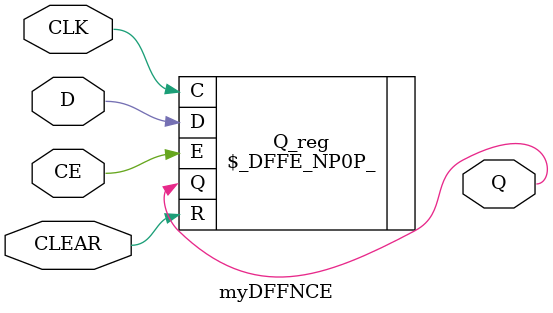
<source format=v>
/* Generated by Yosys 0.55+46 (git sha1 aa1daa702, g++ 11.4.0-1ubuntu1~22.04 -fPIC -O3) */

(* top =  1  *)
(* src = "dut.sv:215.1-224.10" *)
module myDFFNCE(Q, D, CLK, CE, CLEAR);
  (* src = "dut.sv:215.46-215.48" *)
  input CE;
  wire CE;
  (* src = "dut.sv:215.50-215.55" *)
  input CLEAR;
  wire CLEAR;
  (* src = "dut.sv:215.41-215.44" *)
  input CLK;
  wire CLK;
  (* src = "dut.sv:215.38-215.39" *)
  input D;
  wire D;
  (* init = 1'h0 *)
  (* src = "dut.sv:215.29-215.30" *)
  output Q;
  wire Q;
  (* src = "dut.sv:218.2-223.5" *)
  \$_DFFE_NP0P_  Q_reg /* _0_ */ (
    .C(CLK),
    .D(D),
    .E(CE),
    .Q(Q),
    .R(CLEAR)
  );
endmodule

</source>
